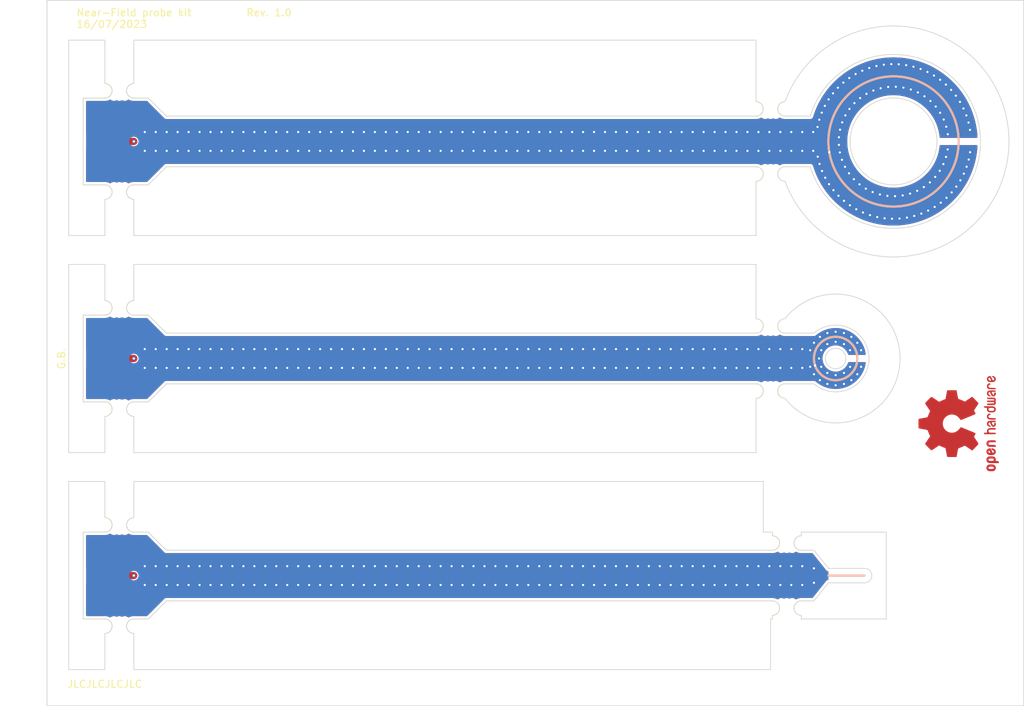
<source format=kicad_pcb>
(kicad_pcb (version 20211014) (generator pcbnew)
  (layers (0 "F.Cu" signal) (1 "In1.Cu" signal) (2 "In2.Cu" signal) (31 "B.Cu" signal) (34 "B.Paste" user) (35 "F.Paste" user) (36 "B.SilkS" user "B.Silkscreen") (37 "F.SilkS" user "F.Silkscreen") (38 "B.Mask" user) (39 "F.Mask" user) (44 "Edge.Cuts" user))
  (net 0 "")
  (net 1 "/signal")
  (net 2 "GND")
  (footprint "Panelization:mouse-bite-2mm-slot" (layer "F.Cu") (at 167.25 125.5)
    (fp_text reference "mouse-bite-2mm-slot" hide)
    (fp_text value "VAL**" hide)
  )
  (footprint "Panelization:mouse-bite-2mm-slot" (layer "F.Cu") (at 75 128)
    (fp_text reference "mouse-bite-2mm-slot" hide)
    (fp_text value "VAL**" hide)
  )
  (footprint "Panelization:mouse-bite-2mm-slot" (layer "F.Cu") (at 167.25 116.5)
    (fp_text reference "mouse-bite-2mm-slot" hide)
    (fp_text value "VAL**" hide)
  )
  (footprint "Panelization:mouse-bite-2mm-slot" (layer "F.Cu") (at 75 114)
    (fp_text reference "mouse-bite-2mm-slot" hide)
    (fp_text value "VAL**" hide)
  )
  (footprint "Connector_Coaxial:SMA_Amphenol_132289_EdgeMount" (layer "F.Cu") (at 73 121 180)
    (fp_text reference "J1" hide)
    (fp_text value "Conn_Coaxial" hide)
  )
  (footprint "Symbol:OSHW-Logo2_14.6x12mm_Copper" (layer "F.Cu") (at 191 100 90)
    (fp_text reference "REF**" hide)
    (fp_text value "OSHW-Logo2_14.6x12mm_Copper" hide)
  )
  (footprint "Panelization:mouse-bite-2mm-slot" (layer "F.Cu") (at 165 95.5)
    (fp_text reference "mouse-bite-2mm-slot" hide)
    (fp_text value "VAL**" hide)
  )
  (footprint "Panelization:mouse-bite-2mm-slot" (layer "F.Cu") (at 165 56.5)
    (fp_text reference "mouse-bite-2mm-slot" hide)
    (fp_text value "VAL**" hide)
  )
  (footprint "Panelization:mouse-bite-2mm-slot" (layer "F.Cu") (at 75 84)
    (fp_text reference "mouse-bite-2mm-slot" hide)
    (fp_text value "VAL**" hide)
  )
  (footprint "Panelization:mouse-bite-2mm-slot" (layer "F.Cu") (at 165 65.5)
    (fp_text reference "mouse-bite-2mm-slot" hide)
    (fp_text value "VAL**" hide)
  )
  (footprint "Panelization:mouse-bite-2mm-slot" (layer "F.Cu") (at 75 68)
    (fp_text reference "mouse-bite-2mm-slot" hide)
    (fp_text value "VAL**" hide)
  )
  (footprint "Panelization:mouse-bite-2mm-slot" (layer "F.Cu") (at 75 54)
    (fp_text reference "mouse-bite-2mm-slot" hide)
    (fp_text value "VAL**" hide)
  )
  (footprint "Connector_Coaxial:SMA_Amphenol_132289_EdgeMount" (layer "F.Cu") (at 73 61 180)
    (fp_text reference "J1" hide)
    (fp_text value "Conn_Coaxial" hide)
  )
  (footprint "Panelization:mouse-bite-2mm-slot" (layer "F.Cu") (at 165 86.5)
    (fp_text reference "mouse-bite-2mm-slot" hide)
    (fp_text value "VAL**" hide)
  )
  (footprint "Panelization:mouse-bite-2mm-slot" (layer "F.Cu") (at 75 98)
    (fp_text reference "mouse-bite-2mm-slot" hide)
    (fp_text value "VAL**" hide)
  )
  (footprint "Symbol:OSHW-Logo2_14.6x12mm_SilkScreen" (layer "F.Cu") (at 191 100 90)
    (fp_text reference "REF**" hide)
    (fp_text value "OSHW-Logo2_14.6x12mm_SilkScreen" hide)
  )
  (footprint "Connector_Coaxial:SMA_Amphenol_132289_EdgeMount" (layer "F.Cu") (at 73 91 180)
    (fp_text reference "J1" hide)
    (fp_text value "Conn_Coaxial" hide)
  )
  (gr_line (start 178 121) (end 173 121) (layer "B.SilkS") (width 0.3))
  (gr_circle (center 174 91) (end 177 91) (layer "B.SilkS") (width 0.3) (fill none))
  (gr_circle (center 182 61) (end 191 61) (layer "B.SilkS") (width 0.3) (fill none))
  (gr_circle (center 182 61) (end 191 61) (layer "F.SilkS") (width 0.3) (fill none))
  (gr_line (start 178 121) (end 173 121) (layer "F.SilkS") (width 0.3))
  (gr_circle (center 174 91) (end 177 91) (layer "F.SilkS") (width 0.3) (fill none))
  (gr_arc (start 171 87.5) (mid 178.609772 91) (end 171 94.5) (layer "Edge.Cuts") (width 0.1))
  (gr_line (start 170 115) (end 181 115) (layer "Edge.Cuts") (width 0.1))
  (gr_line (start 79 97) (end 81.5 94.5) (layer "Edge.Cuts") (width 0.1))
  (gr_line (start 163 78) (end 77 78) (layer "Edge.Cuts") (width 0.1))
  (gr_line (start 171 124.5) (end 173 122) (layer "Edge.Cuts") (width 0.1))
  (gr_line (start 169.25 115) (end 169.25 115.5) (layer "Edge.Cuts") (width 0.1))
  (gr_line (start 165.25 127) (end 165 127) (layer "Edge.Cuts") (width 0.1))
  (gr_line (start 73 115) (end 70 115) (layer "Edge.Cuts") (width 0.1))
  (gr_arc (start 170.5 57.5) (mid 194.020825 61) (end 170.5 64.5) (layer "Edge.Cuts") (width 0.1))
  (gr_line (start 79 127) (end 81.5 124.5) (layer "Edge.Cuts") (width 0.1))
  (gr_line (start 163 47) (end 77 47) (layer "Edge.Cuts") (width 0.1))
  (gr_arc (start 77 129) (mid 76 128) (end 77 127) (layer "Edge.Cuts") (width 0.1))
  (gr_line (start 165.25 124.5) (end 81.5 124.5) (layer "Edge.Cuts") (width 0.1))
  (gr_line (start 171 117.5) (end 173 120) (layer "Edge.Cuts") (width 0.1))
  (gr_line (start 165.25 115) (end 165 115) (layer "Edge.Cuts") (width 0.1))
  (gr_line (start 68 47) (end 73 47) (layer "Edge.Cuts") (width 0.1))
  (gr_line (start 79 67) (end 81.5 64.5) (layer "Edge.Cuts") (width 0.1))
  (gr_arc (start 163 85.5) (mid 164 86.5) (end 163 87.5) (layer "Edge.Cuts") (width 0.1))
  (gr_arc (start 73 127) (mid 74 128) (end 73 129) (layer "Edge.Cuts") (width 0.1))
  (gr_line (start 77 99) (end 77 104) (layer "Edge.Cuts") (width 0.1))
  (gr_line (start 165 134) (end 165 127) (layer "Edge.Cuts") (width 0.1))
  (gr_line (start 163 94.5) (end 81.5 94.5) (layer "Edge.Cuts") (width 0.1))
  (gr_line (start 73 134) (end 68 134) (layer "Edge.Cuts") (width 0.1))
  (gr_arc (start 77 85) (mid 76 84) (end 77 83) (layer "Edge.Cuts") (width 0.1))
  (gr_arc (start 165.25 115.5) (mid 166.25 116.5) (end 165.25 117.5) (layer "Edge.Cuts") (width 0.1))
  (gr_arc (start 167.000001 85.500001) (mid 182.905494 91.000002) (end 167 96.5) (layer "Edge.Cuts") (width 0.1))
  (gr_arc (start 169.25 126.5) (mid 168.25 125.5) (end 169.25 124.5) (layer "Edge.Cuts") (width 0.1))
  (gr_line (start 68 104) (end 73 104) (layer "Edge.Cuts") (width 0.1))
  (gr_line (start 73 53) (end 73 47) (layer "Edge.Cuts") (width 0.1))
  (gr_line (start 79 97) (end 77 97) (layer "Edge.Cuts") (width 0.1))
  (gr_arc (start 169.25 117.5) (mid 168.25 116.5) (end 169.25 115.5) (layer "Edge.Cuts") (width 0.1))
  (gr_arc (start 165.25 124.5) (mid 166.25 125.5) (end 165.25 126.5) (layer "Edge.Cuts") (width 0.1))
  (gr_line (start 181 115) (end 181 127) (layer "Edge.Cuts") (width 0.1))
  (gr_line (start 77 108) (end 77 113) (layer "Edge.Cuts") (width 0.1))
  (gr_line (start 163 104) (end 163 96.5) (layer "Edge.Cuts") (width 0.1))
  (gr_line (start 81.5 117.5) (end 79 115) (layer "Edge.Cuts") (width 0.1))
  (gr_line (start 77 78) (end 77 83) (layer "Edge.Cuts") (width 0.1))
  (gr_line (start 79 67) (end 77 67) (layer "Edge.Cuts") (width 0.1))
  (gr_line (start 181 127) (end 170 127) (layer "Edge.Cuts") (width 0.1))
  (gr_line (start 73 78) (end 68 78) (layer "Edge.Cuts") (width 0.1))
  (gr_line (start 164 108) (end 77 108) (layer "Edge.Cuts") (width 0.1))
  (gr_line (start 167 64.5) (end 170.5 64.5) (layer "Edge.Cuts") (width 0.1))
  (gr_line (start 167 87.5) (end 171 87.5) (layer "Edge.Cuts") (width 0.1))
  (gr_arc (start 73 97) (mid 74 98) (end 73 99) (layer "Edge.Cuts") (width 0.1))
  (gr_line (start 163 55.5) (end 163 47) (layer "Edge.Cuts") (width 0.1))
  (gr_line (start 70 55) (end 70 67) (layer "Edge.Cuts") (width 0.1))
  (gr_line (start 81.5 87.5) (end 79 85) (layer "Edge.Cuts") (width 0.1))
  (gr_arc (start 73 53) (mid 74 54) (end 73 55) (layer "Edge.Cuts") (width 0.1))
  (gr_arc (start 167 87.5) (mid 166 86.5) (end 167 85.5) (layer "Edge.Cuts") (width 0.1))
  (gr_line (start 68 134) (end 68 108) (layer "Edge.Cuts") (width 0.1))
  (gr_line (start 68 74) (end 68 47) (layer "Edge.Cuts") (width 0.1))
  (gr_arc (start 73 83) (mid 74 84) (end 73 85) (layer "Edge.Cuts") (width 0.1))
  (gr_line (start 169.25 127) (end 170 127) (layer "Edge.Cuts") (width 0.1))
  (gr_arc (start 77 55) (mid 76 54) (end 77 53) (layer "Edge.Cuts") (width 0.1))
  (gr_circle (center 174 91) (end 173 92) (layer "Edge.Cuts") (width 0.1) (fill none))
  (gr_line (start 163 64.5) (end 81.5 64.5) (layer "Edge.Cuts") (width 0.1))
  (gr_line (start 79 115) (end 77 115) (layer "Edge.Cuts") (width 0.1))
  (gr_arc (start 167 66.5) (mid 166 65.5) (end 167 64.5) (layer "Edge.Cuts") (width 0.1))
  (gr_line (start 70 85) (end 70 97) (layer "Edge.Cuts") (width 0.1))
  (gr_line (start 70 97) (end 73 97) (layer "Edge.Cuts") (width 0.1))
  (gr_line (start 169.25 126.5) (end 169.25 127) (layer "Edge.Cuts") (width 0.1))
  (gr_line (start 77 74) (end 163 74) (layer "Edge.Cuts") (width 0.1))
  (gr_line (start 165.25 115.5) (end 165.25 115) (layer "Edge.Cuts") (width 0.1))
  (gr_line (start 178 122) (end 173 122) (layer "Edge.Cuts") (width 0.1))
  (gr_arc (start 167 55.5) (mid 197.955049 61) (end 167 66.5) (layer "Edge.Cuts") (width 0.1))
  (gr_line (start 73 108) (end 73 113) (layer "Edge.Cuts") (width 0.1))
  (gr_arc (start 167 57.5) (mid 166 56.5) (end 167 55.5) (layer "Edge.Cuts") (width 0.1))
  (gr_line (start 79 127) (end 77 127) (layer "Edge.Cuts") (width 0.1))
  (gr_line (start 164 115) (end 164 108) (layer "Edge.Cuts") (width 0.1))
  (gr_line (start 70 67) (end 73 67) (layer "Edge.Cuts") (width 0.1))
  (gr_arc (start 163 94.5) (mid 164 95.5) (end 163 96.5) (layer "Edge.Cuts") (width 0.1))
  (gr_line (start 73 69) (end 73 74) (layer "Edge.Cuts") (width 0.1))
  (gr_arc (start 167 96.5) (mid 166 95.5) (end 167 94.5) (layer "Edge.Cuts") (width 0.1))
  (gr_line (start 81.5 57.5) (end 79 55) (layer "Edge.Cuts") (width 0.1))
  (gr_line (start 77 53) (end 77 47) (layer "Edge.Cuts") (width 0.1))
  (gr_line (start 73 129) (end 73 134) (layer "Edge.Cuts") (width 0.1))
  (gr_line (start 73 85) (end 70 85) (layer "Edge.Cuts") (width 0.1))
  (gr_line (start 173 120) (end 178 120) (layer "Edge.Cuts") (width 0.1))
  (gr_line (start 77 69) (end 77 74) (layer "Edge.Cuts") (width 0.1))
  (gr_line (start 163 57.5) (end 81.5 57.5) (layer "Edge.Cuts") (width 0.1))
  (gr_line (start 68 78) (end 68 104) (layer "Edge.Cuts") (width 0.1))
  (gr_line (start 77 129) (end 77 134) (layer "Edge.Cuts") (width 0.1))
  (gr_line (start 70 115) (end 70 127) (layer "Edge.Cuts") (width 0.1))
  (gr_line (start 163 87.5) (end 81.5 87.5) (layer "Edge.Cuts") (width 0.1))
  (gr_line (start 163 85.5) (end 163 78) (layer "Edge.Cuts") (width 0.1))
  (gr_arc (start 77 99) (mid 76 98) (end 77 97) (layer "Edge.Cuts") (width 0.1))
  (gr_arc (start 163 64.5) (mid 164 65.5) (end 163 66.5) (layer "Edge.Cuts") (width 0.1))
  (gr_arc (start 73 67) (mid 74 68) (end 73 69) (layer "Edge.Cuts") (width 0.1))
  (gr_line (start 165 115) (end 164 115) (layer "Edge.Cuts") (width 0.1))
  (gr_line (start 163 74) (end 163 66.5) (layer "Edge.Cuts") (width 0.1))
  (gr_circle (center 182 61) (end 188 61) (layer "Edge.Cuts") (width 0.1) (fill none))
  (gr_line (start 73 104) (end 73 99) (layer "Edge.Cuts") (width 0.1))
  (gr_line (start 70 55) (end 73 55) (layer "Edge.Cuts") (width 0.1))
  (gr_line (start 169.25 117.5) (end 171 117.5) (layer "Edge.Cuts") (width 0.1))
  (gr_line (start 167 94.5) (end 171 94.5) (layer "Edge.Cuts") (width 0.1))
  (gr_arc (start 77 69) (mid 76 68) (end 77 67) (layer "Edge.Cuts") (width 0.1))
  (gr_line (start 170 115) (end 169.25 115) (layer "Edge.Cuts") (width 0.1))
  (gr_line (start 79 55) (end 77 55) (layer "Edge.Cuts") (width 0.1))
  (gr_line (start 73 74) (end 68 74) (layer "Edge.Cuts") (width 0.1))
  (gr_line (start 77 104) (end 163 104) (layer "Edge.Cuts") (width 0.1))
  (gr_line (start 68 108) (end 73 108) (layer "Edge.Cuts") (width 0.1))
  (gr_line (start 79 85) (end 77 85) (layer "Edge.Cuts") (width 0.1))
  (gr_line (start 167 57.5) (end 170.5 57.5) (layer "Edge.Cuts") (width 0.1))
  (gr_line (start 73 83) (end 73 78) (layer "Edge.Cuts") (width 0.1))
  (gr_rect (start 65 41.5) (end 200 139) (layer "Edge.Cuts") (width 0.1) (fill none))
  (gr_line (start 169.25 124.5) (end 171 124.5) (layer "Edge.Cuts") (width 0.1))
  (gr_line (start 165.25 117.5) (end 81.5 117.5) (layer "Edge.Cuts") (width 0.1))
  (gr_line (start 165.25 126.5) (end 165.25 127) (layer "Edge.Cuts") (width 0.1))
  (gr_arc (start 77 115) (mid 76 114) (end 77 113) (layer "Edge.Cuts") (width 0.1))
  (gr_arc (start 73 113) (mid 74 114) (end 73 115) (layer "Edge.Cuts") (width 0.1))
  (gr_arc (start 178 120) (mid 179 121) (end 178 122) (layer "Edge.Cuts") (width 0.1))
  (gr_line (start 70 127) (end 73 127) (layer "Edge.Cuts") (width 0.1))
  (gr_line (start 77 134) (end 165 134) (layer "Edge.Cuts") (width 0.1))
  (gr_arc (start 163 55.5) (mid 164 56.5) (end 163 57.5) (layer "Edge.Cuts") (width 0.1))
  (gr_text "JLCJLCJLCJLC" (at 73 136) (layer "F.SilkS") (effects (font (size 1 1))))
  (gr_text "Near-Field probe kit          Rev. 1.0\n16/07/2023" (at 69 44) (layer "F.SilkS") (effects (font (size 1 1)) (justify left)))
  (gr_text "G.B." (at 67 91 90) (layer "F.SilkS") (effects (font (size 1 1))))
  (segment (start 73 91) (end 77 91) (width 1) (layer "F.Cu") (net 1))
  (segment (start 73 61) (end 77 61) (width 1) (layer "F.Cu") (net 1))
  (segment (start 73 121) (end 77 121) (width 1) (layer "F.Cu") (net 1))
  (via (at 77 61) (size 0.5) (drill 0.3) (layers "F.Cu" "B.Cu") (net 1))
  (via (at 77 91) (size 0.5) (drill 0.3) (layers "F.Cu" "B.Cu") (net 1))
  (via (at 77 121) (size 0.5) (drill 0.3) (layers "F.Cu" "B.Cu") (net 1))
  (via (at 96.688709 89.7) (size 0.5) (drill 0.3) (layers "F.Cu" "B.Cu") (net 2))
  (via (at 90.630645 119.7) (size 0.5) (drill 0.3) (layers "F.Cu" "B.Cu") (net 2))
  (via (at 130.008064 62.3) (size 0.5) (drill 0.3) (layers "F.Cu" "B.Cu") (net 2))
  (via (at 157.269354 122.3) (size 0.5) (drill 0.3) (layers "F.Cu" "B.Cu") (net 2))
  (via (at 191.670249 56.446289) (size 0.5) (drill 0.3) (layers "F.Cu" "B.Cu") (net 2))
  (via (at 137.580645 122.3) (size 0.5) (drill 0.3) (layers "F.Cu" "B.Cu") (net 2))
  (via (at 137.580645 62.3) (size 0.5) (drill 0.3) (layers "F.Cu" "B.Cu") (net 2))
  (via (at 160.298387 119.7) (size 0.5) (drill 0.3) (layers "F.Cu" "B.Cu") (net 2))
  (via (at 122.435483 92.3) (size 0.5) (drill 0.3) (layers "F.Cu" "B.Cu") (net 2))
  (via (at 90.630645 59.7) (size 0.5) (drill 0.3) (layers "F.Cu" "B.Cu") (net 2))
  (via (at 143.638709 119.7) (size 0.5) (drill 0.3) (layers "F.Cu" "B.Cu") (net 2))
  (via (at 139.095161 59.7) (size 0.5) (drill 0.3) (layers "F.Cu" "B.Cu") (net 2))
  (via (at 146.667741 92.3) (size 0.5) (drill 0.3) (layers "F.Cu" "B.Cu") (net 2))
  (via (at 171.006637 88.825195) (size 0.5) (drill 0.3) (layers "F.Cu" "B.Cu") (net 2))
  (via (at 134.551612 89.7) (size 0.5) (drill 0.3) (layers "F.Cu" "B.Cu") (net 2))
  (via (at 176.174805 88.006637) (size 0.5) (drill 0.3) (layers "F.Cu" "B.Cu") (net 2))
  (via (at 130.008064 89.7) (size 0.5) (drill 0.3) (layers "F.Cu" "B.Cu") (net 2))
  (via (at 151.21129 122.3) (size 0.5) (drill 0.3) (layers "F.Cu" "B.Cu") (net 2))
  (via (at 149.696774 89.7) (size 0.5) (drill 0.3) (layers "F.Cu" "B.Cu") (net 2))
  (via (at 128.493548 122.3) (size 0.5) (drill 0.3) (layers "F.Cu" "B.Cu") (net 2))
  (via (at 173.089188 66.903171) (size 0.5) (drill 0.3) (layers "F.Cu" "B.Cu") (net 2))
  (via (at 155.754838 89.7) (size 0.5) (drill 0.3) (layers "F.Cu" "B.Cu") (net 2))
  (via (at 171.773265 64.108681) (size 0.5) (drill 0.3) (layers "F.Cu" "B.Cu") (net 2))
  (via (at 120.920967 119.7) (size 0.5) (drill 0.3) (layers "F.Cu" "B.Cu") (net 2))
  (via (at 191.185608 55.534234) (size 0.5) (drill 0.3) (layers "F.Cu" "B.Cu") (net 2))
  (via (at 83.058064 119.7) (size 0.5) (drill 0.3) (layers "F.Cu" "B.Cu") (net 2))
  (via (at 128.493548 89.7) (size 0.5) (drill 0.3) (layers "F.Cu" "B.Cu") (net 2))
  (via (at 173.632158 54.349495) (size 0.5) (drill 0.3) (layers "F.Cu" "B.Cu") (net 2))
  (via (at 170.9 59.7) (size 0.5) (drill 0.3) (layers "F.Cu" "B.Cu") (net 2))
  (via (at 166.356451 122.3) (size 0.5) (drill 0.3) (layers "F.Cu" "B.Cu") (net 2))
  (via (at 154.240322 92.3) (size 0.5) (drill 0.3) (layers "F.Cu" "B.Cu") (net 2))
  (via (at 92.145161 62.3) (size 0.5) (drill 0.3) (layers "F.Cu" "B.Cu") (net 2))
  (via (at 158.78387 119.7) (size 0.5) (drill 0.3) (layers "F.Cu" "B.Cu") (net 2))
  (via (at 178.263267 54.420728) (size 0.5) (drill 0.3) (layers "F.Cu" "B.Cu") (net 2))
  (via (at 143.638709 59.7) (size 0.5) (drill 0.3) (layers "F.Cu" "B.Cu") (net 2))
  (via (at 161.812903 59.7) (size 0.5) (drill 0.3) (layers "F.Cu" "B.Cu") (net 2))
  (via (at 123.95 122.3) (size 0.5) (drill 0.3) (layers "F.Cu" "B.Cu") (net 2))
  (via (at 108.804838 59.7) (size 0.5) (drill 0.3) (layers "F.Cu" "B.Cu") (net 2))
  (via (at 120.920967 59.7) (size 0.5) (drill 0.3) (layers "F.Cu" "B.Cu") (net 2))
  (via (at 185.364909 54.223025) (size 0.5) (drill 0.3) (layers "F.Cu" "B.Cu") (net 2))
  (via (at 149.696774 92.3) (size 0.5) (drill 0.3) (layers "F.Cu" "B.Cu") (net 2))
  (via (at 176.174805 93.993363) (size 0.5) (drill 0.3) (layers "F.Cu" "B.Cu") (net 2))
  (via (at 151.21129 59.7) (size 0.5) (drill 0.3) (layers "F.Cu" "B.Cu") (net 2))
  (via (at 133.037096 62.3) (size 0.5) (drill 0.3) (layers "F.Cu" "B.Cu") (net 2))
  (via (at 123.95 119.7) (size 0.5) (drill 0.3) (layers "F.Cu" "B.Cu") (net 2))
  (via (at 105.775806 89.7) (size 0.5) (drill 0.3) (layers "F.Cu" "B.Cu") (net 2))
  (via (at 183.366571 53.558059) (size 0.5) (drill 0.3) (layers "F.Cu" "B.Cu") (net 2))
  (via (at 171.520977 63.107147) (size 0.5) (drill 0.3) (layers "F.Cu" "B.Cu") (net 2))
  (via (at 78.514516 92.3) (size 0.5) (drill 0.3) (layers "F.Cu" "B.Cu") (net 2))
  (via (at 98.203225 59.7) (size 0.5) (drill 0.3) (layers "F.Cu" "B.Cu") (net 2))
  (via (at 166.356451 119.7) (size 0.5) (drill 0.3) (layers "F.Cu" "B.Cu") (net 2))
  (via (at 113.348387 119.7) (size 0.5) (drill 0.3) (layers "F.Cu" "B.Cu") (net 2))
  (via (at 98.203225 62.3) (size 0.5) (drill 0.3) (layers "F.Cu" "B.Cu") (net 2))
  (via (at 175.143363 94.518909) (size 0.5) (drill 0.3) (layers "F.Cu" "B.Cu") (net 2))
  (via (at 177.681288 51.22254) (size 0.5) (drill 0.3) (layers "F.Cu" "B.Cu") (net 2))
  (via (at 169.385483 119.7) (size 0.5) (drill 0.3) (layers "F.Cu" "B.Cu") (net 2))
  (via (at 192.100839 64.496148) (size 0.5) (drill 0.3) (layers "F.Cu" "B.Cu") (net 2))
  (via (at 134.551612 122.3) (size 0.5) (drill 0.3) (layers "F.Cu" "B.Cu") (net 2))
  (via (at 184.287169 68.21241) (size 0.5) (drill 0.3) (layers "F.Cu" "B.Cu") (net 2))
  (via (at 152.725806 62.3) (size 0.5) (drill 0.3) (layers "F.Cu" "B.Cu") (net 2))
  (via (at 110.319354 62.3) (size 0.5) (drill 0.3) (layers "F.Cu" "B.Cu") (net 2))
  (via (at 158.78387 59.7) (size 0.5) (drill 0.3) (layers "F.Cu" "B.Cu") (net 2))
  (via (at 146.667741 122.3) (size 0.5) (drill 0.3) (layers "F.Cu" "B.Cu") (net 2))
  (via (at 190.036762 68.047018) (size 0.5) (drill 0.3) (layers "F.Cu" "B.Cu") (net 2))
  (via (at 93.659677 119.7) (size 0.5) (drill 0.3) (layers "F.Cu" "B.Cu") (net 2))
  (via (at 178.64511 50.851369) (size 0.5) (drill 0.3) (layers "F.Cu" "B.Cu") (net 2))
  (via (at 188.388121 65.054863) (size 0.5) (drill 0.3) (layers "F.Cu" "B.Cu") (net 2))
  (via (at 173.029356 55.188155) (size 0.5) (drill 0.3) (layers "F.Cu" "B.Cu") (net 2))
  (via (at 182.719783 50.335483) (size 0.5) (drill 0.3) (layers "F.Cu" "B.Cu") (net 2))
  (via (at 113.348387 59.7) (size 0.5) (drill 0.3) (layers "F.Cu" "B.Cu") (net 2))
  (via (at 188.446365 52.4739) (size 0.5) (drill 0.3) (layers "F.Cu" "B.Cu") (net 2))
  (via (at 114.862903 62.3) (size 0.5) (drill 0.3) (layers "F.Cu" "B.Cu") (net 2))
  (via (at 95.174193 92.3) (size 0.5) (drill 0.3) (layers "F.Cu" "B.Cu") (net 2))
  (via (at 123.95 92.3) (size 0.5) (drill 0.3) (layers "F.Cu" "B.Cu") (net 2))
  (via (at 149.696774 119.7) (size 0.5) (drill 0.3) (layers "F.Cu" "B.Cu") (net 2))
  (via (at 101.232258 89.7) (size 0.5) (drill 0.3) (layers "F.Cu" "B.Cu") (net 2))
  (via (at 155.754838 62.3) (size 0.5) (drill 0.3) (layers "F.Cu" "B.Cu") (net 2))
  (via (at 87.601612 92.3) (size 0.5) (drill 0.3) (layers "F.Cu" "B.Cu") (net 2))
  (via (at 145.153225 92.3) (size 0.5) (drill 0.3) (layers "F.Cu" "B.Cu") (net 2))
  (via (at 185.739201 50.98659) (size 0.5) (drill 0.3) (layers "F.Cu" "B.Cu") (net 2))
  (via (at 142.124193 122.3) (size 0.5) (drill 0.3) (layers "F.Cu" "B.Cu") (net 2))
  (via (at 90.630645 92.3) (size 0.5) (drill 0.3) (layers "F.Cu" "B.Cu") (net 2))
  (via (at 133.037096 122.3) (size 0.5) (drill 0.3) (layers "F.Cu" "B.Cu") (net 2))
  (via (at 89.116129 122.3) (size 0.5) (drill 0.3) (layers "F.Cu" "B.Cu") (net 2))
  (via (at 167.870967 122.3) (size 0.5) (drill 0.3) (layers "F.Cu" "B.Cu") (net 2))
  (via (at 164.841935 122.3) (size 0.5) (drill 0.3) (layers "F.Cu" "B.Cu") (net 2))
  (via (at 89.116129 92.3) (size 0.5) (drill 0.3) (layers "F.Cu" "B.Cu") (net 2))
  (via (at 182.210558 68.563443) (size 0.5) (drill 0.3) (layers "F.Cu" "B.Cu") (net 2))
  (via (at 110.319354 92.3) (size 0.5) (drill 0.3) (layers "F.Cu" "B.Cu") (net 2))
  (via (at 136.066129 62.3) (size 0.5) (drill 0.3) (layers "F.Cu" "B.Cu") (net 2))
  (via (at 169.385483 122.3) (size 0.5) (drill 0.3) (layers "F.Cu" "B.Cu") (net 2))
  (via (at 191.240958 66.371656) (size 0.5) (drill 0.3) (layers "F.Cu" "B.Cu") (net 2))
  (via (at 114.862903 89.7) (size 0.5) (drill 0.3) (layers "F.Cu" "B.Cu") (net 2))
  (via (at 89.116129 119.7) (size 0.5) (drill 0.3) (layers "F.Cu" "B.Cu") (net 2))
  (via (at 142.124193 92.3) (size 0.5) (drill 0.3) (layers "F.Cu" "B.Cu") (net 2))
  (via (at 113.348387 62.3) (size 0.5) (drill 0.3) (layers "F.Cu" "B.Cu") (net 2))
  (via (at 107.290322 92.3) (size 0.5) (drill 0.3) (layers "F.Cu" "B.Cu") (net 2))
  (via (at 87.601612 62.3) (size 0.5) (drill 0.3) (layers "F.Cu" "B.Cu") (net 2))
  (via (at 185.841287 70.974694) (size 0.5) (drill 0.3) (layers "F.Cu" "B.Cu") (net 2))
  (via (at 187.102546 55.413048) (size 0.5) (drill 0.3) (layers "F.Cu" "B.Cu") (net 2))
  (via (at 98.203225 89.7) (size 0.5) (drill 0.3) (layers "F.Cu" "B.Cu") (net 2))
  (via (at 151.21129 92.3) (size 0.5) (drill 0.3) (layers "F.Cu" "B.Cu") (net 2))
  (via (at 119.406451 92.3) (size 0.5) (drill 0.3) (layers "F.Cu" "B.Cu") (net 2))
  (via (at 126.979032 119.7) (size 0.5) (drill 0.3) (layers "F.Cu" "B.Cu") (net 2))
  (via (at 152.725806 122.3) (size 0.5) (drill 0.3) (layers "F.Cu" "B.Cu") (net 2))
  (via (at 119.406451 122.3) (size 0.5) (drill 0.3) (layers "F.Cu" "B.Cu") (net 2))
  (via (at 175.149238 69.204698) (size 0.5) (drill 0.3) (layers "F.Cu" "B.Cu") (net 2))
  (via (at 176.993363 93.174805) (size 0.5) (drill 0.3) (layers "F.Cu" "B.Cu") (net 2))
  (via (at 95.174193 89.7) (size 0.5) (drill 0.3) (layers "F.Cu" "B.Cu") (net 2))
  (via (at 105.775806 92.3) (size 0.5) (drill 0.3) (layers "F.Cu" "B.Cu") (net 2))
  (via (at 187.593384 51.891539) (size 0.5) (drill 0.3) (layers "F.Cu" "B.Cu") (net 2))
  (via (at 167.870967 119.7) (size 0.5) (drill 0.3) (layers "F.Cu" "B.Cu") (net 2))
  (via (at 96.688709 59.7) (size 0.5) (drill 0.3) (layers "F.Cu" "B.Cu") (net 2))
  (via (at 152.725806 59.7) (size 0.5) (drill 0.3) (layers "F.Cu" "B.Cu") (net 2))
  (via (at 131.52258 62.3) (size 0.5) (drill 0.3) (layers "F.Cu" "B.Cu") (net 2))
  (via (at 137.580645 119.7) (size 0.5) (drill 0.3) (layers "F.Cu" "B.Cu") (net 2))
  (via (at 187.022984 66.658589) (size 0.5) (drill 0.3) (layers "F.Cu" "B.Cu") (net 2))
  (via (at 187.686129 70.050853) (size 0.5) (drill 0.3) (layers "F.Cu" "B.Cu") (net 2))
  (via (at 125.464516 89.7) (size 0.5) (drill 0.3) (layers "F.Cu" "B.Cu") (net 2))
  (via (at 99.717741 122.3) (size 0.5) (drill 0.3) (layers "F.Cu" "B.Cu") (net 2))
  (via (at 143.638709 89.7) (size 0.5) (drill 0.3) (layers "F.Cu" "B.Cu") (net 2))
  (via (at 80.029032 59.7) (size 0.5) (drill 0.3) (layers "F.Cu" "B.Cu") (net 2))
  (via (at 172.51031 56.081079) (size 0.5) (drill 0.3) (layers "F.Cu" "B.Cu") (net 2))
  (via (at 139.095161 122.3) (size 0.5) (drill 0.3) (layers "F.Cu" "B.Cu") (net 2))
  (via (at 181.796297 71.686838) (size 0.5) (drill 0.3) (layers "F.Cu" "B.Cu") (net 2))
  (via (at 161.812903 119.7) (size 0.5) (drill 0.3) (layers "F.Cu" "B.Cu") (net 2))
  (via (at 192.064601 57.400861) (size 0.5) (drill 0.3) (layers "F.Cu" "B.Cu") (net 2))
  (via (at 87.601612 122.3) (size 0.5) (drill 0.3) (layers "F.Cu" "B.Cu") (net 2))
  (via (at 107.290322 119.7) (size 0.5) (drill 0.3) (layers "F.Cu" "B.Cu") (net 2))
  (via (at 116.377419 92.3) (size 0.5) (drill 0.3) (layers "F.Cu" "B.Cu") (net 2))
  (via (at 158.78387 122.3) (size 0.5) (drill 0.3) (layers "F.Cu" "B.Cu") (net 2))
  (via (at 174.389352 68.505201) (size 0.5) (drill 0.3) (layers "F.Cu" "B.Cu") (net 2))
  (via (at 78.514516 119.7) (size 0.5) (drill 0.3) (layers "F.Cu" "B.Cu") (net 2))
  (via (at 163.327419 122.3) (size 0.5) (drill 0.3) (layers "F.Cu" "B.Cu") (net 2))
  (via (at 157.269354 119.7) (size 0.5) (drill 0.3) (layers "F.Cu" "B.Cu") (net 2))
  (via (at 167.870967 92.3) (size 0.5) (drill 0.3) (layers "F.Cu" "B.Cu") (net 2))
  (via (at 95.174193 122.3) (size 0.5) (drill 0.3) (layers "F.Cu" "B.Cu") (net 2))
  (via (at 174.313089 53.572928) (size 0.5) (drill 0.3) (layers "F.Cu" "B.Cu") (net 2))
  (via (at 174 94.7) (size 0.5) (drill 0.3) (layers "F.Cu" "B.Cu") (net 2))
  (via (at 190.679379 67.23846) (size 0.5) (drill 0.3) (layers "F.Cu" "B.Cu") (net 2))
  (via (at 126.979032 122.3) (size 0.5) (drill 0.3) (layers "F.Cu" "B.Cu") (net 2))
  (via (at 99.717741 92.3) (size 0.5) (drill 0.3) (layers "F.Cu" "B.Cu") (net 2))
  (via (at 119.406451 59.7) (size 0.5) (drill 0.3) (layers "F.Cu" "B.Cu") (net 2))
  (via (at 104.26129 119.7) (size 0.5) (drill 0.3) (layers "F.Cu" "B.Cu") (net 2))
  (via (at 146.667741 89.7) (size 0.5) (drill 0.3) (layers "F.Cu" "B.Cu") (net 2))
  (via (at 152.725806 119.7) (size 0.5) (drill 0.3) (layers "F.Cu" "B.Cu") (net 2))
  (via (at 108.804838 62.3) (size 0.5) (drill 0.3) (layers "F.Cu" "B.Cu") (net 2))
  (via (at 166.356451 89.7) (size 0.5) (drill 0.3) (layers "F.Cu" "B.Cu") (net 2))
  (via (at 84.57258 122.3) (size 0.5) (drill 0.3) (layers "F.Cu" "B.Cu") (net 2))
  (via (at 102.746774 122.3) (size 0.5) (drill 0.3) (layers "F.Cu" "B.Cu") (net 2))
  (via (at 142.124193 59.7) (size 0.5) (drill 0.3) (layers "F.Cu" "B.Cu") (net 2))
  (via (at 104.26129 59.7) (size 0.5) (drill 0.3) (layers "F.Cu" "B.Cu") (net 2))
  (via (at 192.364983 58.389037) (size 0.5) (drill 0.3) (layers "F.Cu" "B.Cu") (net 2))
  (via (at 189.964362 53.871259) (size 0.5) (drill 0.3) (layers "F.Cu" "B.Cu") (net 2))
  (via (at 125.464516 119.7) (size 0.5) (drill 0.3) (layers "F.Cu" "B.Cu") (net 2))
  (via (at 174.610285 59.374542) (size 0.5) (drill 0.3) (layers "F.Cu" "B.Cu") (net 2))
  (via (at 130.008064 59.7) (size 0.5) (drill 0.3) (layers "F.Cu" "B.Cu") (net 2))
  (via (at 152.725806 92.3) (size 0.5) (drill 0.3) (layers "F.Cu" "B.Cu") (net 2))
  (via (at 173.117446 62.486562) (size 0.5) (drill 0.3) (layers "F.Cu" "B.Cu") (net 2))
  (via (at 90.630645 62.3) (size 0.5) (drill 0.3) (layers "F.Cu" "B.Cu") (net 2))
  (via (at 174.871805 63.537485) (size 0.5) (drill 0.3) (layers "F.Cu" "B.Cu") (net 2))
  (via (at 161.812903 92.3) (size 0.5) (drill 0.3) (layers "F.Cu" "B.Cu") (net 2))
  (via (at 178.748947 71.18237) (size 0.5) (drill 0.3) (layers "F.Cu" "B.Cu") (net 2))
  (via (at 101.232258 62.3) (size 0.5) (drill 0.3) (layers "F.Cu" "B.Cu") (net 2))
  (via (at 140.609677 122.3) (size 0.5) (drill 0.3) (layers "F.Cu" "B.Cu") (net 2))
  (via (at 80.029032 62.3) (size 0.5) (drill 0.3) (layers "F.Cu" "B.Cu") (net 2))
  (via (at 110.319354 89.7) (size 0.5) (drill 0.3) (layers "F.Cu" "B.Cu") (net 2))
  (via (at 157.269354 59.7) (size 0.5) (drill 0.3) (layers "F.Cu" "B.Cu") (net 2))
  (via (at 95.174193 119.7) (size 0.5) (drill 0.3) (layers "F.Cu" "B.Cu") (net 2))
  (via (at 92.145161 119.7) (size 0.5) (drill 0.3) (layers "F.Cu" "B.Cu") (net 2))
  (via (at 78.514516 62.3) (size 0.5) (drill 0.3) (layers "F.Cu" "B.Cu") (net 2))
  (via (at 81.543548 122.3) (size 0.5) (drill 0.3) (layers "F.Cu" "B.Cu") (net 2))
  (via (at 122.435483 119.7) (size 0.5) (drill 0.3) (layers "F.Cu" "B.Cu") (net 2))
  (via (at 105.775806 119.7) (size 0.5) (drill 0.3) (layers "F.Cu" "B.Cu") (net 2))
  (via (at 184.755312 50.672452) (size 0.5) (drill 0.3) (layers "F.Cu" "B.Cu") (net 2))
  (via (at 170.481091 92.143363) (size 0.5) (drill 0.3) (layers "F.Cu" "B.Cu") (net 2))
  (via (at 166.356451 59.7) (size 0.5) (drill 0.3) (layers "F.Cu" "B.Cu") (net 2))
  (via (at 86.087096 92.3) (size 0.5) (drill 0.3) (layers "F.Cu" "B.Cu") (net 2))
  (via (at 186.275335 54.757283) (size 0.5) (drill 0.3) (layers "F.Cu" "B.Cu") (net 2))
  (via (at 80.029032 122.3) (size 0.5) (drill 0.3) (layers "F.Cu" "B.Cu") (net 2))
  (via (at 176.993363 88.825195) (size 0.5) (drill 0.3) (layers "F.Cu" "B.Cu") (net 2))
  (via (at 84.57258 89.7) (size 0.5) (drill 0.3) (layers "F.Cu" "B.Cu") (net 2))
  (via (at 107.290322 89.7) (size 0.5) (drill 0.3) (layers "F.Cu" "B.Cu") (net 2))
  (via (at 95.174193 59.7) (size 0.5) (drill 0.3) (layers "F.Cu" "B.Cu") (net 2))
  (via (at 160.298387 92.3) (size 0.5) (drill 0.3) (layers "F.Cu" "B.Cu") (net 2))
  (via (at 120.920967 122.3) (size 0.5) (drill 0.3) (layers "F.Cu" "B.Cu") (net 2))
  (via (at 92.145161 92.3) (size 0.5) (drill 0.3) (layers "F.Cu" "B.Cu") (net 2))
  (via (at 140.609677 62.3) (size 0.5) (drill 0.3) (layers "F.Cu" "B.Cu") (net 2))
  (via (at 117.891935 89.7) (size 0.5) (drill 0.3) (layers "F.Cu" "B.Cu") (net 2))
  (via (at 167.870967 59.7) (size 0.5) (drill 0.3) (layers "F.Cu" "B.Cu") (net 2))
  (via (at 174.588026 62.520738) (size 0.5) (drill 0.3) (layers "F.Cu" "B.Cu") (net 2))
  (via (at 172.856637 94.518909) (size 0.5) (drill 0.3) (layers "F.Cu" "B.Cu") (net 2))
  (via (at 131.52258 59.7) (size 0.5) (drill 0.3) (layers "F.Cu" "B.Cu") (net 2))
  (via (at 181.687148 50.3158) (size 0.5) (drill 0.3) (layers "F.Cu" "B.Cu") (net 2))
  (via (at 107.290322 122.3) (size 0.5) (drill 0.3) (layers "F.Cu" "B.Cu") (net 2))
  (via (at 188.533118 69.459809) (size 0.5) (drill 0.3) (layers "F.Cu" "B.Cu") (net 2))
  (via (at 192.584365 62.490374) (size 0.5) (drill 0.3) (layers "F.Cu" "B.Cu") (net 2))
  (via (at 154.240322 62.3) (size 0.5) (drill 0.3) (layers "F.Cu" "B.Cu") (net 2))
  (via (at 134.551612 62.3) (size 0.5) (drill 0.3) (layers "F.Cu" "B.Cu") (net 2))
  (via (at 151.21129 119.7) (size 0.5) (drill 0.3) (layers "F.Cu" "B.Cu") (net 2))
  (via (at 111.83387 92.3) (size 0.5) (drill 0.3) (layers "F.Cu" "B.Cu") (net 2))
  (via (at 107.290322 59.7) (size 0.5) (drill 0.3) (layers "F.Cu" "B.Cu") (net 2))
  (via (at 96.688709 119.7) (size 0.5) (drill 0.3) (layers "F.Cu" "B.Cu") (net 2))
  (via (at 114.862903 59.7) (size 0.5) (drill 0.3) (layers "F.Cu" "B.Cu") (net 2))
  (via (at 116.377419 62.3) (size 0.5) (drill 0.3) (layers "F.Cu" "B.Cu") (net 2))
  (via (at 84.57258 59.7) (size 0.5) (drill 0.3) (layers "F.Cu" "B.Cu") (net 2))
  (via (at 154.240322 122.3) (size 0.5) (drill 0.3) (layers "F.Cu" "B.Cu") (net 2))
  (via (at 139.095161 89.7) (size 0.5) (drill 0.3) (layers "F.Cu" "B.Cu") (net 2))
  (via (at 174 87.3) (size 0.5) (drill 0.3) (layers "F.Cu" "B.Cu") (net 2))
  (via (at 175.294325 64.504844) (size 0.5) (drill 0.3) (layers "F.Cu" "B.Cu") (net 2))
  (via (at 181.155882 68.51914) (size 0.5) (drill 0.3) (layers "F.Cu" "B.Cu") (net 2))
  (via (at 81.543548 62.3) (size 0.5) (drill 0.3) (layers "F.Cu" "B.Cu") (net 2))
  (via (at 96.688709 92.3) (size 0.5) (drill 0.3) (layers "F.Cu" "B.Cu") (net 2))
  (via (at 78.514516 59.7) (size 0.5) (drill 0.3) (layers "F.Cu" "B.Cu") (net 2))
  (via (at 101.232258 122.3) (size 0.5) (drill 0.3) (layers "F.Cu" "B.Cu") (net 2))
  (via (at 116.377419 119.7) (size 0.5) (drill 0.3) (layers "F.Cu" "B.Cu") (net 2))
  (via (at 170.9 62.3) (size 0.5) (drill 0.3) (layers "F.Cu" "B.Cu") (net 2))
  (via (at 172.85 92.991858) (size 0.5) (drill 0.3) (layers "F.Cu" "B.Cu") (net 2))
  (via (at 125.464516 59.7) (size 0.5) (drill 0.3) (layers "F.Cu" "B.Cu") (net 2))
  (via (at 83.058064 62.3) (size 0.5) (drill 0.3) (layers "F.Cu" "B.Cu") (net 2))
  (via (at 140.609677 89.7) (size 0.5) (drill 0.3) (layers "F.Cu" "B.Cu") (net 2))
  (via (at 163.327419 62.3) (size 0.5) (drill 0.3) (layers "F.Cu" "B.Cu") (net 2))
  (via (at 170.481091 89.856637) (size 0.5) (drill 0.3) (layers "F.Cu" "B.Cu") (net 2))
  (via (at 171 122) (size 0.5) (drill 0.3) (layers "F.Cu" "B.Cu") (net 2))
  (via (at 180.657435 50.395873) (size 0.5) (drill 0.3) (layers "F.Cu" "B.Cu") (net 2))
  (via (at 169.385483 89.7) (size 0.5) (drill 0.3) (layers "F.Cu" "B.Cu") (net 2))
  (via (at 175.06579 52.865707) (size 0.5) (drill 0.3) (layers "F.Cu" "B.Cu") (net 2))
  (via (at 86.087096 59.7) (size 0.5) (drill 0.3) (layers "F.Cu" "B.Cu") (net 2))
  (via (at 111.83387 89.7) (size 0.5) (drill 0.3) (layers "F.Cu" "B.Cu") (net 2))
  (via (at 113.348387 89.7) (size 0.5) (drill 0.3) (layers "F.Cu" "B.Cu") (net 2))
  (via (at 184.38899 53.820674) (size 0.5) (drill 0.3) (layers "F.Cu" "B.Cu") (net 2))
  (via (at 176.757788 51.685001) (size 0.5) (drill 0.3) (layers "F.Cu" "B.Cu") (net 2))
  (via (at 172.856637 87.481091) (size 0.5) (drill 0.3) (layers "F.Cu" "B.Cu") (net 2))
  (via (at 172.008142 92.15) (size 0.5) (drill 0.3) (layers "F.Cu" "B.Cu") (net 2))
  (via (at 81.543548 89.7) (size 0.5) (drill 0.3) (layers "F.Cu" "B.Cu") (net 2))
  (via (at 134.551612 119.7) (size 0.5) (drill 0.3) (layers "F.Cu" "B.Cu") (net 2))
  (via (at 84.57258 92.3) (size 0.5) (drill 0.3) (layers "F.Cu" "B.Cu") (net 2))
  (via (at 140.609677 92.3) (size 0.5) (drill 0.3) (layers "F.Cu" "B.Cu") (net 2))
  (via (at 126.979032 62.3) (size 0.5) (drill 0.3) (layers "F.Cu" "B.Cu") (net 2))
  (via (at 83.058064 122.3) (size 0.5) (drill 0.3) (layers "F.Cu" "B.Cu") (net 2))
  (via (at 189.4851 62.106018) (size 0.5) (drill 0.3) (layers "F.Cu" "B.Cu") (net 2))
  (via (at 101.232258 59.7) (size 0.5) (drill 0.3) (layers "F.Cu" "B.Cu") (net 2))
  (via (at 105.775806 122.3) (size 0.5) (drill 0.3) (layers "F.Cu" "B.Cu") (net 2))
  (via (at 187.830441 56.177557) (size 0.5) (drill 0.3) (layers "F.Cu" "B.Cu") (net 2))
  (via (at 183.853319 71.52688) (size 0.5) (drill 0.3) (layers "F.Cu" "B.Cu") (net 2))
  (via (at 188.444854 57.03593) (size 0.5) (drill 0.3) (layers "F.Cu" "B.Cu") (net 2))
  (via (at 84.57258 119.7) (size 0.5) (drill 0.3) (layers "F.Cu" "B.Cu") (net 2))
  (via (at 128.493548 62.3) (size 0.5) (drill 0.3) (layers "F.Cu" "B.Cu") (net 2))
  (via (at 81.543548 59.7) (size 0.5) (drill 0.3) (layers "F.Cu" "B.Cu") (net 2))
  (via (at 179.116025 67.995191) (size 0.5) (drill 0.3) (layers "F.Cu" "B.Cu") (net 2))
  (via (at 133.037096 119.7) (size 0.5) (drill 0.3) (layers "F.Cu" "B.Cu") (net 2))
  (via (at 172.85 89.008142) (size 0.5) (drill 0.3) (layers "F.Cu" "B.Cu") (net 2))
  (via (at 86.087096 89.7) (size 0.5) (drill 0.3) (layers "F.Cu" "B.Cu") (net 2))
  (via (at 110.319354 122.3) (size 0.5) (drill 0.3) (layers "F.Cu" "B.Cu") (net 2))
  (via (at 189.319108 68.789779) (size 0.5) (drill 0.3) (layers "F.Cu" "B.Cu") (net 2))
  (via (at 175.143363 87.481091) (size 0.5) (drill 0.3) (layers "F.Cu" "B.Cu") (net 2))
  (via (at 113.348387 122.3) (size 0.5) (drill 0.3) (layers "F.Cu" "B.Cu") (net 2))
  (via (at 116.377419 122.3) (size 0.5) (drill 0.3) (layers "F.Cu" "B.Cu") (net 2))
  (via (at 130.008064 119.7) (size 0.5) (drill 0.3) (layers "F.Cu" "B.Cu") (net 2))
  (via (at 155.754838 59.7) (size 0.5) (drill 0.3) (layers "F.Cu" "B.Cu") (net 2))
  (via (at 158.78387 62.3) (size 0.5) (drill 0.3) (layers "F.Cu" "B.Cu") (net 2))
  (via (at 95.174193 62.3) (size 0.5) (drill 0.3) (layers "F.Cu" "B.Cu") (net 2))
  (via (at 134.551612 92.3) (size 0.5) (drill 0.3) (layers "F.Cu" "B.Cu") (net 2))
  (via (at 98.203225 122.3) (size 0.5) (drill 0.3) (layers "F.Cu" "B.Cu") (net 2))
  (via (at 136.066129 119.7) (size 0.5) (drill 0.3) (layers "F.Cu" "B.Cu") (net 2))
  (via (at 137.580645 89.7) (size 0.5) (drill 0.3) (layers "F.Cu" "B.Cu") (net 2))
  (via (at 111.83387 62.3) (size 0.5) (drill 0.3) (layers "F.Cu" "B.Cu") (net 2))
  (via (at 167.870967 62.3) (size 0.5) (drill 0.3) (layers "F.Cu" "B.Cu") (net 2))
  (via (at 148.182258 62.3) (size 0.5) (drill 0.3) (layers "F.Cu" "B.Cu") (net 2))
  (via (at 86.087096 119.7) (size 0.5) (drill 0.3) (layers "F.Cu" "B.Cu") (net 2))
  (via (at 184.860657 71.298866) (size 0.5) (drill 0.3) (layers "F.Cu" "B.Cu") (net 2))
  (via (at 93.659677 62.3) (size 0.5) (drill 0.3) (layers "F.Cu" "B.Cu") (net 2))
  (via (at 189.239158 53.135867) (size 0.5) (drill 0.3) (layers "F.Cu" "B.Cu") (net 2))
  (via (at 140.609677 119.7) (size 0.5) (drill 0.3) (layers "F.Cu" "B.Cu") (net 2))
  (via (at 154.240322 59.7) (size 0.5) (drill 0.3) (layers "F.Cu" "B.Cu") (net 2))
  (via (at 164.841935 62.3) (size 0.5) (drill 0.3) (layers "F.Cu" "B.Cu") (net 2))
  (via (at 169.385483 92.3) (size 0.5) (drill 0.3) (layers "F.Cu" "B.Cu") (net 2))
  (via (at 164.841935 92.3) (size 0.5) (drill 0.3) (layers "F.Cu" "B.Cu") (net 2))
  (via (at 149.696774 62.3) (size 0.5) (drill 0.3) (layers "F.Cu" "B.Cu") (net 2))
  (via (at 99.717741 89.7) (size 0.5) (drill 0.3) (layers "F.Cu" "B.Cu") (net 2))
  (via (at 158.78387 89.7) (size 0.5) (drill 0.3) (layers "F.Cu" "B.Cu") (net 2))
  (via (at 177.29961 66.929278) (size 0.5) (drill 0.3) (layers "F.Cu" "B.Cu") (net 2))
  (via (at 117.891935 92.3) (size 0.5) (drill 0.3) (layers "F.Cu" "B.Cu") (net 2))
  (via (at 105.775806 59.7) (size 0.5) (drill 0.3) (layers "F.Cu" "B.Cu") (net 2))
  (via (at 130.008064 92.3) (size 0.5) (drill 0.3) (layers "F.Cu" "B.Cu") (net 2))
  (via (at 169.385483 62.3) (size 0.5) (drill 0.3) (layers "F.Cu" "B.Cu") (net 2))
  (via (at 177.518909 92.143363) (size 0.5) (drill 0.3) (layers "F.Cu" "B.Cu") (net 2))
  (via (at 187.761624 65.904456) (size 0.5) (drill 0.3) (layers "F.Cu" "B.Cu") (net 2))
  (via (at 176.853209 70.368059) (size 0.5) (drill 0.3) (layers "F.Cu" "B.Cu") (net 2))
  (via (at 131.52258 119.7) (size 0.5) (drill 0.3) (layers "F.Cu" "B.Cu") (net 2))
  (via (at 86.087096 62.3) (size 0.5) (drill 0.3) (layers "F.Cu" "B.Cu") (net 2))
  (via (at 83.058064 59.7) (size 0.5) (drill 0.3) (layers "F.Cu" "B.Cu") (net 2))
  (via (at 104.26129 92.3) (size 0.5) (drill 0.3) (layers "F.Cu" "B.Cu") (net 2))
  (via (at 111.83387 122.3) (size 0.5) (drill 0.3) (layers "F.Cu" "B.Cu") (net 2))
  (via (at 176.594528 55.705581) (size 0.5) (drill 0.3) (layers "F.Cu" "B.Cu") (net 2))
  (via (at 177.383975 55.004809) (size 0.5) (drill 0.3) (layers "F.Cu" "B.Cu") (net 2))
  (via (at 125.464516 122.3) (size 0.5) (drill 0.3) (layers "F.Cu" "B.Cu") (net 2))
  (via (at 105.775806 62.3) (size 0.5) (drill 0.3) (layers "F.Cu" "B.Cu") (net 2))
  (via (at 171.742046 57.995941) (size 0.5) (drill 0.3) (layers "F.Cu" "B.Cu") (net 2))
  (via (at 175.344587 57.400628) (size 0.5) (drill 0.3) (layers "F.Cu" "B.Cu") (net 2))
  (via (at 176.520158 66.217406) (size 0.5) (drill 0.3) (layers "F.Cu" "B.Cu") (net 2))
  (via (at 114.862903 122.3) (size 0.5) (drill 0.3) (layers "F.Cu" "B.Cu") (net 2))
  (via (at 182.317554 53.440294) (size 0.5) (drill 0.3) (layers "F.Cu" "B.Cu") (net 2))
  (via (at 126.979032 92.3) (size 0.5) (drill 0.3) (layers "F.Cu" "B.Cu") (net 2))
  (via (at 136.066129 122.3) (size 0.5) (drill 0.3) (layers "F.Cu" "B.Cu") (net 2))
  (via (at 87.601612 119.7) (size 0.5) (drill 0.3) (layers "F.Cu" "B.Cu") (net 2))
  (via (at 90.630645 122.3) (size 0.5) (drill 0.3) (layers "F.Cu" "B.Cu") (net 2))
  (via (at 164.841935 59.7) (size 0.5) (drill 0.3) (layers "F.Cu" "B.Cu") (net 2))
  (via (at 101.232258 119.7) (size 0.5) (drill 0.3) (layers "F.Cu" "B.Cu") (net 2))
  (via (at 110.319354 59.7) (size 0.5) (drill 0.3) (layers "F.Cu" "B.Cu") (net 2))
  (via (at 128.493548 92.3) (size 0.5) (drill 0.3) (layers "F.Cu" "B.Cu") (net 2))
  (via (at 128.493548 59.7) (size 0.5) (drill 0.3) (layers "F.Cu" "B.Cu") (net 2))
  (via (at 183.745697 50.454738) (size 0.5) (drill 0.3) (layers "F.Cu" "B.Cu") (net 2))
  (via (at 174 88.7) (size 0.5) (drill 0.3) (layers "F.Cu" "B.Cu") (net 2))
  (via (at 102.746774 59.7) (size 0.5) (drill 0.3) (layers "F.Cu" "B.Cu") (net 2))
  (via (at 149.696774 59.7) (size 0.5) (drill 0.3) (layers "F.Cu" "B.Cu") (net 2))
  (via (at 78.514516 122.3) (size 0.5) (drill 0.3) (layers "F.Cu" "B.Cu") (net 2))
  (via (at 148.182258 92.3) (size 0.5) (drill 0.3) (layers "F.Cu" "B.Cu") (net 2))
  (via (at 151.21129 89.7) (size 0.5) (drill 0.3) (layers "F.Cu" "B.Cu") (net 2))
  (via (at 83.058064 92.3) (size 0.5) (drill 0.3) (layers "F.Cu" "B.Cu") (net 2))
  (via (at 175.991858 92.15) (size 0.5) (drill 0.3) (layers "F.Cu" "B.Cu") (net 2))
  (via (at 169.385483 59.7) (size 0.5) (drill 0.3) (layers "F.Cu" "B.Cu") (net 2))
  (via (at 93.659677 89.7) (size 0.5) (drill 0.3) (layers "F.Cu" "B.Cu") (net 2))
  (via (at 152.725806 89.7) (size 0.5) (drill 0.3) (layers "F.Cu" "B.Cu") (net 2))
  (via (at 157.269354 62.3) (size 0.5) (drill 0.3) (layers "F.Cu" "B.Cu") (net 2))
  (via (at 90.630645 89.7) (size 0.5) (drill 0.3) (layers "F.Cu" "B.Cu") (net 2))
  (via (at 136.066129 89.7) (size 0.5) (drill 0.3) (layers "F.Cu" "B.Cu") (net 2))
  (via (at 140.609677 59.7) (size 0.5) (drill 0.3) (layers "F.Cu" "B.Cu") (net 2))
  (via (at 171.7 91) (size 0.5) (drill 0.3) (layers "F.Cu" "B.Cu") (net 2))
  (via (at 171.825195 88.006637) (size 0.5) (drill 0.3) (layers "F.Cu" "B.Cu") (net 2))
  (via (at 192.56859 59.401591) (size 0.5) (drill 0.3) (layers "F.Cu" "B.Cu") (net 2))
  (via (at 151.21129 62.3) (size 0.5) (drill 0.3) (layers "F.Cu" "B.Cu") (net 2))
  (via (at 161.812903 62.3) (size 0.5) (drill 0.3) (layers "F.Cu" "B.Cu") (net 2))
  (via (at 136.066129 59.7) (size 0.5) (drill 0.3) (layers "F.Cu" "B.Cu") (net 2))
  (via (at 92.145161 89.7) (size 0.5) (drill 0.3) (layers "F.Cu" "B.Cu") (net 2))
  (via (at 93.659677 92.3) (size 0.5) (drill 0.3) (layers "F.Cu" "B.Cu") (net 2))
  (via (at 175.991858 89.85) (size 0.5) (drill 0.3) (layers "F.Cu" "B.Cu") (net 2))
  (via (at 154.240322 89.7) (size 0.5) (drill 0.3) (layers "F.Cu" "B.Cu") (net 2))
  (via (at 104.26129 122.3) (size 0.5) (drill 0.3) (layers "F.Cu" "B.Cu") (net 2))
  (via (at 130.008064 122.3) (size 0.5) (drill 0.3) (layers "F.Cu" "B.Cu") (net 2))
  (via (at 99.717741 59.7) (size 0.5) (drill 0.3) (layers "F.Cu" "B.Cu") (net 2))
  (via (at 126.979032 59.7) (size 0.5) (drill 0.3) (layers "F.Cu" "B.Cu") (net 2))
  (via (at 119.406451 89.7) (size 0.5) (drill 0.3) (layers "F.Cu" "B.Cu") (net 2))
  (via (at 178.17055 67.525742) (size 0.5) (drill 0.3) (layers "F.Cu" "B.Cu") (net 2))
  (via (at 143.638709 122.3) (size 0.5) (drill 0.3) (layers "F.Cu" "B.Cu") (net 2))
  (via (at 188.89028 64.126346) (size 0.5) (drill 0.3) (layers "F.Cu" "B.Cu") (net 2))
  (via (at 116.377419 59.7) (size 0.5) (drill 0.3) (layers "F.Cu" "B.Cu") (net 2))
  (via (at 179.746865 71.448607) (size 0.5) (drill 0.3) (layers "F.Cu" "B.Cu") (net 2))
  (via (at 172.121039 65.081191) (size 0.5) (drill 0.3) (layers "F.Cu" "B.Cu") (net 2))
  (via (at 172.561049 66.015596) (size 0.5) (drill 0.3) (layers "F.Cu" "B.Cu") (net 2))
  (via (at 172.008142 89.85) (size 0.5) (drill 0.3) (layers "F.Cu" "B.Cu") (net 2))
  (via (at 175.910293 56.509402) (size 0.5) (drill 0.3) (layers "F.Cu" "B.Cu") (net 2))
  (via (at 145.153225 59.7) (size 0.5) (drill 0.3) (layers "F.Cu" "B.Cu") (net 2))
  (via (at 87.601612 59.7) (size 0.5) (drill 0.3) (layers "F.Cu" "B.Cu") (net 2))
  (via (at 166.356451 62.3) (size 0.5) (drill 0.3) (layers "F.Cu" "B.Cu") (net 2))
  (via (at 101.232258 92.3) (size 0.5) (drill 0.3) (layers "F.Cu" "B.Cu") (net 2))
  (via (at 161.812903 89.7) (size 0.5) (drill 0.3) (layers "F.Cu" "B.Cu") (net 2))
  (via (at 102.746774 62.3) (size 0.5) (drill 0.3) (layers "F.Cu" "B.Cu") (net 2))
  (via (at 143.638709 92.3) (size 0.5) (drill 0.3) (layers "F.Cu" "B.Cu") (net 2))
  (via (at 107.290322 62.3) (size 0.5) (drill 0.3) (layers "F.Cu" "B.Cu") (net 2))
  (via (at 143.638709 62.3) (size 0.5) (drill 0.3) (layers "F.Cu" "B.Cu") (net 2))
  (via (at 81.543548 119.7) (size 0.5) (drill 0.3) (layers "F.Cu" "B.Cu") (net 2))
  (via (at 148.182258 59.7) (size 0.5) (drill 0.3) (layers "F.Cu" "B.Cu") (net 2))
  (via (at 116.377419 89.7) (size 0.5) (drill 0.3) (layers "F.Cu" "B.Cu") (net 2))
  (via (at 175.973087 69.827589) (size 0.5) (drill 0.3) (layers "F.Cu" "B.Cu") (net 2))
  (via (at 164.841935 119.7) (size 0.5) (drill 0.3) (layers "F.Cu" "B.Cu") (net 2))
  (via (at 145.153225 62.3) (size 0.5) (drill 0.3) (layers "F.Cu" "B.Cu") (net 2))
  (via (at 139.095161 119.7) (size 0.5) (drill 0.3) (layers "F.Cu" "B.Cu") (net 2))
  (via (at 89.116129 59.7) (size 0.5) (drill 0.3) (layers "F.Cu" "B.Cu") (net 2))
  (via (at 120.920967 89.7) (size 0.5) (drill 0.3) (layers "F.Cu" "B.Cu") (net 2))
  (via (at 173.700525 67.735631) (size 0.5) (drill 0.3) (layers "F.Cu" "B.Cu") (net 2))
  (via (at 175.15 92.991858) (size 0.5) (drill 0.3) (layers "F.Cu" "B.Cu") (net 2))
  (via (at 177.781384 70.821063) (size 0.5) (drill 0.3) (layers "F.Cu" "B.Cu") (net 2))
  (via (at 111.83387 59.7) (size 0.5) (drill 0.3) (layers "F.Cu" "B.Cu") (net 2))
  (via (at 186.688179 51.394221) (size 0.5) (drill 0.3) (layers "F.Cu" "B.Cu") (net 2))
  (via (at 160.298387 59.7) (size 0.5) (drill 0.3) (layers "F.Cu" "B.Cu") (net 2))
  (via (at 131.52258 92.3) (size 0.5) (drill 0.3) (layers "F.Cu" "B.Cu") (net 2))
  (via (at 139.095161 62.3) (size 0.5) (drill 0.3) (layers "F.Cu" "B.Cu") (net 2))
  (via (at 134.551612 59.7) (size 0.5) (drill 0.3) (layers "F.Cu" "B.Cu") (net 2))
  (via (at 191.716258 65.454698) (size 0.5) (drill 0.3) (layers "F.Cu" "B.Cu") (net 2))
  (via (at 146.667741 62.3) (size 0.5) (drill 0.3) (layers "F.Cu" "B.Cu") (net 2))
  (via (at 175.883234 52.234433) (size 0.5) (drill 0.3) (layers "F.Cu" "B.Cu") (net 2))
  (via (at 125.464516 92.3) (size 0.5) (drill 0.3) (layers "F.Cu" "B.Cu") (net 2))
  (via (at 117.891935 59.7) (size 0.5) (drill 0.3) (layers "F.Cu" "B.Cu") (net 2))
  (via (at 171.006637 93.174805) (size 0.5) (drill 0.3) (layers "F.Cu" "B.Cu") (net 2))
  (via (at 114.862903 92.3) (size 0.5) (drill 0.3) (layers "F.Cu" "B.Cu") (net 2))
  (via (at 160.298387 62.3) (size 0.5) (drill 0.3) (layers "F.Cu" "B.Cu") (net 2))
  (via (at 123.95 89.7) (size 0.5) (drill 0.3) (layers "F.Cu" "B.Cu") (net 2))
  (via (at 171.5 59) (size 0.5) (drill 0.3) (layers "F.Cu" "B.Cu") (net 2))
  (via (at 146.667741 119.7) (size 0.5) (drill 0.3) (layers "F.Cu" "B.Cu") (net 2))
  (via (at 185.268684 67.823907) (size 0.5) (drill 0.3) (layers "F.Cu" "B.Cu") (net 2))
  (via (at 160.298387 122.3) (size 0.5) (drill 0.3) (layers "F.Cu" "B.Cu") (net 2))
  (via (at 157.269354 92.3) (size 0.5) (drill 0.3) (layers "F.Cu" "B.Cu") (net 2))
  (via (at 163.327419 59.7) (size 0.5) (drill 0.3) (layers "F.Cu" "B.Cu") (net 2))
  (via (at 145.153225 119.7) (size 0.5) (drill 0.3) (layers "F.Cu" "B.Cu") (net 2))
  (via (at 113.348387 92.3) (size 0.5) (drill 0.3) (layers "F.Cu" "B.Cu") (net 2))
  (via (at 163.327419 92.3) (size 0.5) (drill 0.3) (layers "F.Cu" "B.Cu") (net 2))
  (via (at 137.580645 59.7) (size 0.5) (drill 0.3) (layers "F.Cu" "B.Cu") (net 2))
  (via (at 174.908421 58.361911) (size 0.5) (drill 0.3) (layers "F.Cu" "B.Cu") (net 2))
  (via (at 122.435483 122.3) (size 0.5) (drill 0.3) (layers "F.Cu" "B.Cu") (net 2))
  (via (at 133.037096 59.7) (size 0.5) (drill 0.3) (layers "F.Cu" "B.Cu") (net 2))
  (via (at 155.754838 122.3) (size 0.5) (drill 0.3) (layers "F.Cu" "B.Cu") (net 2))
  (via (at 131.52258 122.3) (size 0.5) (drill 0.3) (layers "F.Cu" "B.Cu") (net 2))
  (via (at 179.640256 50.574953) (size 0.5) (drill 0.3) (layers "F.Cu" "B.Cu") (net 2))
  (via (at 186.186578 67.302584) (size 0.5) (drill 0.3) (layers "F.Cu" "B.Cu") (net 2))
  (via (at 131.52258 89.7) (size 0.5) (drill 0.3) (layers "F.Cu" "B.Cu") (net 2))
  (via (at 125.464516 62.3) (size 0.5) (drill 0.3) (layers "F.Cu" "B.Cu") (net 2))
  (via (at 179.21529 53.964704) (size 0.5) (drill 0.3) (layers "F.Cu" "B.Cu") (net 2))
  (via (at 188.933825 57.971458) (size 0.5) (drill 0.3) (layers "F.Cu" "B.Cu") (net 2))
  (via (at 122.435483 59.7) (size 0.5) (drill 0.3) (layers "F.Cu" "B.Cu") (net 2))
  (via (at 117.891935 122.3) (size 0.5) (drill 0.3) (layers "F.Cu" "B.Cu") (net 2))
  (via (at 98.203225 119.7) (size 0.5) (drill 0.3) (layers "F.Cu" "B.Cu") (net 2))
  (via (at 93.659677 59.7) (size 0.5) (drill 0.3) (layers "F.Cu" "B.Cu") (net 2))
  (via (at 174.448513 61.47439) (size 0.5) (drill 0.3) (layers "F.Cu" "B.Cu") (net 2))
  (via (at 126.979032 89.7) (size 0.5) (drill 0.3) (layers "F.Cu" "B.Cu") (net 2))
  (via (at 102.746774 119.7) (size 0.5) (drill 0.3) (layers "F.Cu" "B.Cu") (net 2))
  (via (at 158.78387 92.3) (size 0.5) (drill 0.3) (layers "F.Cu" "B.Cu") (net 2))
  (via (at 119.406451 119.7) (size 0.5) (drill 0.3) (layers "F.Cu" "B.Cu") (net 2))
  (via (at 123.95 59.7) (size 0.5) (drill 0.3) (layers "F.Cu" "B.Cu") (net 2))
  (via (at 81.543548 92.3) (size 0.5) (drill 0.3) (layers "F.Cu" "B.Cu") (net 2))
  (via (at 189.287837 58.965934) (size 0.5) (drill 0.3) (layers "F.Cu" "B.Cu") (net 2))
  (via (at 171.825195 93.993363) (size 0.5) (drill 0.3) (layers "F.Cu" "B.Cu") (net 2))
  (via (at 104.26129 89.7) (size 0.5) (drill 0.3) (layers "F.Cu" "B.Cu") (net 2))
  (via (at 174.455981 60.41881) (size 0.5) (drill 0.3) (layers "F.Cu" "B.Cu") (net 2))
  (via (at 145.153225 89.7) (size 0.5) (drill 0.3) (layers "F.Cu" "B.Cu") (net 2))
  (via (at 80.029032 92.3) (size 0.5) (drill 0.3) (layers "F.Cu" "B.Cu") (net 2))
  (via (at 148.182258 122.3) (size 0.5) (drill 0.3) (layers "F.Cu" "B.Cu") (net 2))
  (via (at 174 93.3) (size 0.5) (drill 0.3) (layers "F.Cu" "B.Cu") (net 2))
  (via (at 111.83387 119.7) (size 0.5) (drill 0.3) (layers "F.Cu" "B.Cu") (net 2))
  (via (at 163.327419 89.7) (size 0.5) (drill 0.3) (layers "F.Cu" "B.Cu") (net 2))
  (via (at 108.804838 119.7) (size 0.5) (drill 0.3) (layers "F.Cu" "B.Cu") (net 2))
  (via (at 182.828676 71.656608) (size 0.5) (drill 0.3) (layers "F.Cu" "B.Cu") (net 2))
  (via (at 80.029032 119.7) (size 0.5) (drill 0.3) (layers "F.Cu" "B.Cu") (net 2))
  (via (at 146.667741 59.7) (size 0.5) (drill 0.3) (layers "F.Cu" "B.Cu") (net 2))
  (via (at 189.258328 63.136979) (size 0.5) (drill 0.3) (layers "F.Cu" "B.Cu") (net 2))
  (via (at 139.095161 92.3) (size 0.5) (drill 0.3) (layers "F.Cu" "B.Cu") (net 2))
  (via (at 128.493548 119.7) (size 0.5) (drill 0.3) (layers "F.Cu" "B.Cu") (net 2))
  (via (at 93.659677 122.3) (size 0.5) (drill 0.3) (layers "F.Cu" "B.Cu") (net 2))
  (via (at 78.514516 89.7) (size 0.5) (drill 0.3) (layers "F.Cu" "B.Cu") (net 2))
  (via (at 102.746774 89.7) (size 0.5) (drill 0.3) (layers "F.Cu" "B.Cu") (net 2))
  (via (at 84.57258 62.3) (size 0.5) (drill 0.3) (layers "F.Cu" "B.Cu") (net 2))
  (via (at 108.804838 92.3) (size 0.5) (drill 0.3) (layers "F.Cu" "B.Cu") (net 2))
  (via (at 117.891935 62.3) (size 0.5) (drill 0.3) (layers "F.Cu" "B.Cu") (net 2))
  (via (at 145.153225 122.3) (size 0.5) (drill 0.3) (layers "F.Cu" "B.Cu") (net 2))
  (via (at 92.145161 59.7) (size 0.5) (drill 0.3) (layers "F.Cu" "B.Cu") (net 2))
  (via (at 96.688709 122.3) (size 0.5) (drill 0.3) (layers "F.Cu" "B.Cu") (net 2))
  (via (at 180.117634 68.328486) (size 0.5) (drill 0.3) (layers "F.Cu" "B.Cu") (net 2))
  (via (at 192.391112 63.504955) (size 0.5) (drill 0.3) (layers "F.Cu" "B.Cu") (net 2))
  (via (at 183.261137 68.460532) (size 0.5) (drill 0.3) (layers "F.Cu" "B.Cu") (net 2))
  (via (at 149.696774 122.3) (size 0.5) (drill 0.3) (layers "F.Cu" "B.Cu") (net 2))
  (via (at 154.240322 119.7) (size 0.5) (drill 0.3) (layers "F.Cu" "B.Cu") (net 2))
  (via (at 99.717741 119.7) (size 0.5) (drill 0.3) (layers "F.Cu" "B.Cu") (net 2))
  (via (at 181.262355 53.469669) (size 0.5) (drill 0.3) (layers "F.Cu" "B.Cu") (net 2))
  (via (at 177.518909 89.856637) (size 0.5) (drill 0.3) (layers "F.Cu" "B.Cu") (net 2))
  (via (at 190.615204 54.673211) (size 0.5) (drill 0.3) (layers "F.Cu" "B.Cu") (net 2))
  (via (at 164.841935 89.7) (size 0.5) (drill 0.3) (layers "F.Cu" "B.Cu") (net 2))
  (via (at 157.269354 89.7) (size 0.5) (drill 0.3) (layers "F.Cu" "B.Cu") (net 2))
  (via (at 163.327419 119.7) (size 0.5) (drill 0.3) (layers "F.Cu" "B.Cu") (net 2))
  (via (at 167.870967 89.7) (size 0.5) (drill 0.3) (layers "F.Cu" "B.Cu") (net 2))
  (via (at 186.786051 70.557391) (size 0.5) (drill 0.3) (layers "F.Cu" "B.Cu") (net 2))
  (via (at 123.95 62.3) (size 0.5) (drill 0.3) (layers "F.Cu" "B.Cu") (net 2))
  (via (at 180.765819 71.617288) (size 0.5) (drill 0.3) (layers "F.Cu" "B.Cu") (net 2))
  (via (at 119.406451 62.3) (size 0.5) (drill 0.3) (layers "F.Cu" "B.Cu") (net 2))
  (via (at 92.145161 122.3) (size 0.5) (drill 0.3) (layers "F.Cu" "B.Cu") (net 2))
  (via (at 98.203225 92.3) (size 0.5) (drill 0.3) (layers "F.Cu" "B.Cu") (net 2))
  (via (at 80.029032 89.7) (size 0.5) (drill 0.3) (layers "F.Cu" "B.Cu") (net 2))
  (via (at 110.319354 119.7) (size 0.5) (drill 0.3) (layers "F.Cu" "B.Cu") (net 2))
  (via (at 171 120) (size 0.5) (drill 0.3) (layers "F.Cu" "B.Cu") (net 2))
  (via (at 161.812903 122.3) (size 0.5) (drill 0.3) (layers "F.Cu" "B.Cu") (net 2))
  (via (at 155.754838 119.7) (size 0.5) (drill 0.3) (layers "F.Cu" "B.Cu") (net 2))
  (via (at 142.124193 119.7) (size 0.5) (drill 0.3) (layers "F.Cu" "B.Cu") (net 2))
  (via (at 102.746774 92.3) (size 0.5) (drill 0.3) (layers "F.Cu" "B.Cu") (net 2))
  (via (at 133.037096 92.3) (size 0.5) (drill 0.3) (layers "F.Cu" "B.Cu") (net 2))
  (via (at 142.124193 62.3) (size 0.5) (drill 0.3) (layers "F.Cu" "B.Cu") (net 2))
  (via (at 89.116129 89.7) (size 0.5) (drill 0.3) (layers "F.Cu" "B.Cu") (net 2))
  (via (at 83.058064 89.7) (size 0.5) (drill 0.3) (layers "F.Cu" "B.Cu") (net 2))
  (via (at 122.435483 62.3) (size 0.5) (drill 0.3) (layers "F.Cu" "B.Cu") (net 2))
  (via (at 108.804838 122.3) (size 0.5) (drill 0.3) (layers "F.Cu" "B.Cu") (net 2))
  (via (at 166.356451 92.3) (size 0.5) (drill 0.3) (layers "F.Cu" "B.Cu") (net 2))
  (via (at 133.037096 89.7) (size 0.5) (drill 0.3) (layers "F.Cu" "B.Cu") (net 2))
  (via (at 114.862903 119.7) (size 0.5) (drill 0.3) (layers "F.Cu" "B.Cu") (net 2))
  (via (at 117.891935 119.7) (size 0.5) (drill 0.3) (layers "F.Cu" "B.Cu") (net 2))
  (via (at 137.580645 92.3) (size 0.5) (drill 0.3) (layers "F.Cu" "B.Cu") (net 2))
  (via (at 120.920967 92.3) (size 0.5) (drill 0.3) (layers "F.Cu" "B.Cu") (net 2))
  (via (at 180.221515 53.645614) (size 0.5) (drill 0.3) (layers "F.Cu" "B.Cu") (net 2))
  (via (at 189.5 60) (size 0.5) (drill 0.3) (layers "F.Cu" "B.Cu") (net 2))
  (via (at 171.156594 91.966443) (size 0.5) (drill 0.3) (layers "F.Cu" "B.Cu") (net 2))
  (via (at 155.754838 92.3) (size 0.5) (drill 0.3) (layers "F.Cu" "B.Cu") (net 2))
  (via (at 172.079867 57.019929) (size 0.5) (drill 0.3) (layers "F.Cu" "B.Cu") (net 2))
  (via (at 87.601612 89.7) (size 0.5) (drill 0.3) (layers "F.Cu" "B.Cu") (net 2))
  (via (at 136.066129 92.3) (size 0.5) (drill 0.3) (layers "F.Cu" "B.Cu") (net 2))
  (via (at 99.717741 62.3) (size 0.5) (drill 0.3) (layers "F.Cu" "B.Cu") (net 2))
  (via (at 104.26129 62.3) (size 0.5) (drill 0.3) (layers "F.Cu" "B.Cu") (net 2))
  (via (at 148.182258 89.7) (size 0.5) (drill 0.3) (layers "F.Cu" "B.Cu") (net 2))
  (via (at 96.688709 62.3) (size 0.5) (drill 0.3) (layers "F.Cu" "B.Cu") (net 2))
  (via (at 142.124193 89.7) (size 0.5) (drill 0.3) (layers "F.Cu" "B.Cu") (net 2))
  (via (at 89.116129 62.3) (size 0.5) (drill 0.3) (layers "F.Cu" "B.Cu") (net 2))
  (via (at 148.182258 119.7) (size 0.5) (drill 0.3) (layers "F.Cu" "B.Cu") (net 2))
  (via (at 86.087096 122.3) (size 0.5) (drill 0.3) (layers "F.Cu" "B.Cu") (net 2))
  (via (at 122.435483 89.7) (size 0.5) (drill 0.3) (layers "F.Cu" "B.Cu") (net 2))
  (via (at 175.15 89.008142) (size 0.5) (drill 0.3) (layers "F.Cu" "B.Cu") (net 2))
  (via (at 175.847365 65.403984) (size 0.5) (drill 0.3) (layers "F.Cu" "B.Cu") (net 2))
  (via (at 120.920967 62.3) (size 0.5) (drill 0.3) (layers "F.Cu" "B.Cu") (net 2))
  (via (at 160.298387 89.7) (size 0.5) (drill 0.3) (layers "F.Cu" "B.Cu") (net 2))
  (via (at 108.804838 89.7) (size 0.5) (drill 0.3) (layers "F.Cu" "B.Cu") (net 2))
  (zone (net 0) (net_name "") (layers "F.Cu" "In1.Cu" "In2.Cu" "B.Cu") (connect_pads (clearance 0)) (min_thickness 0.254)
    (keepout (tracks allowed) (vias not_allowed) (pads not_allowed) (copperpour not_allowed) (footprints allowed))
    (fill (thermal_gap 0.508) (thermal_bridge_width 0.508))
    (polygon (pts (xy 180 123) (xy 173 123) (xy 173 119) (xy 180 119)))
  )
  (zone (net 0) (net_name "") (layers "F.Cu" "In1.Cu" "In2.Cu" "B.Cu") (connect_pads (clearance 0)) (min_thickness 0.254)
    (keepout (tracks allowed) (vias not_allowed) (pads not_allowed) (copperpour not_allowed) (footprints allowed))
    (fill (thermal_gap 0.508) (thermal_bridge_width 0.508))
    (polygon (pts (xy 199 106) (xy 161 106) (xy 161 95) (xy 169 95) (xy 172 97) (xy 177 97) (xy 180 94) (xy 181 89) (xy 178 85) (xy 174 84) (xy 170 85) (xy 169 87) (xy 161 87) (xy 161 65) (xy 169 65) (xy 171 70) (xy 176 74) (xy 186 74) (xy 191 72) (xy 194 68) (xy 196 63) (xy 195 56) (xy 194 53) (xy 188 49) (xy 183 48) (xy 175 48) (xy 172 51) (xy 169 55) (xy 168 57) (xy 161 57) (xy 161 44) (xy 199 44)))
  )
  (zone (net 0) (net_name "") (layers "F.Cu" "In1.Cu" "In2.Cu" "B.Cu") (connect_pads (clearance 0)) (min_thickness 0.254)
    (keepout (tracks allowed) (vias not_allowed) (pads not_allowed) (copperpour not_allowed) (footprints allowed))
    (fill (thermal_gap 0.508) (thermal_bridge_width 0.508))
    (polygon (pts (xy 79 54) (xy 71 54) (xy 71 46) (xy 79 46)))
  )
  (zone (net 0) (net_name "") (layers "F.Cu" "In1.Cu" "In2.Cu" "B.Cu") (connect_pads (clearance 0)) (min_thickness 0.254)
    (keepout (tracks allowed) (vias not_allowed) (pads not_allowed) (copperpour not_allowed) (footprints allowed))
    (fill (thermal_gap 0.508) (thermal_bridge_width 0.508))
    (polygon (pts (xy 79 114) (xy 71 114) (xy 71 98) (xy 79 98)))
  )
  (zone (net 2) (net_name "GND") (layers "F.Cu" "In2.Cu" "B.Cu") (connect_pads yes (clearance 0.4)) (min_thickness 0.254) (fill yes (thermal_gap 0.508) (thermal_bridge_width 0.508) (island_removal_mode 1) (island_area_min 0))
    (polygon (pts (xy 184 104) (xy 69.5 104) (xy 69.5 77.5) (xy 184 77.5)))
  )
  (zone (net 0) (net_name "") (layers "F.Cu" "In1.Cu" "In2.Cu" "B.Cu") (connect_pads (clearance 0)) (min_thickness 0.254)
    (keepout (tracks allowed) (vias not_allowed) (pads not_allowed) (copperpour not_allowed) (footprints allowed))
    (fill (thermal_gap 0.508) (thermal_bridge_width 0.508))
    (polygon (pts (xy 183 136) (xy 161 136) (xy 161 125) (xy 180 125) (xy 180 117) (xy 161 117) (xy 161 107) (xy 183 107)))
  )
  (zone (net 2) (net_name "GND") (layers "F.Cu" "In2.Cu" "B.Cu") (connect_pads yes (clearance 0.4)) (min_thickness 0.254) (fill yes (thermal_gap 0.508) (thermal_bridge_width 0.508) (island_removal_mode 1) (island_area_min 0))
    (polygon (pts (xy 197 74) (xy 69.5 74) (xy 69.5 47.5) (xy 197 47.5)))
  )
  (zone (net 0) (net_name "") (layers "F.Cu" "In1.Cu" "In2.Cu" "B.Cu") (connect_pads (clearance 0)) (min_thickness 0.254)
    (keepout (tracks allowed) (vias allowed) (pads not_allowed) (copperpour not_allowed) (footprints allowed))
    (fill (thermal_gap 0.508) (thermal_bridge_width 0.508))
    (polygon (pts (xy 79 135) (xy 71 135) (xy 71 128) (xy 79 128)))
  )
  (zone (net 0) (net_name "") (layers "F.Cu" "In1.Cu" "In2.Cu" "B.Cu") (connect_pads (clearance 0)) (min_thickness 0.254)
    (keepout (tracks allowed) (vias allowed) (pads allowed) (copperpour not_allowed) (footprints allowed))
    (fill (thermal_gap 0.508) (thermal_bridge_width 0.508))
    (polygon (pts (xy 195 61.5) (xy 187 61.5) (xy 187 60.5) (xy 195 60.5)))
  )
  (zone (net 2) (net_name "GND") (layers "F.Cu" "In2.Cu" "B.Cu") (connect_pads yes (clearance 0.4)) (min_thickness 0.254) (fill yes (thermal_gap 0.508) (thermal_bridge_width 0.508) (island_removal_mode 1) (island_area_min 0))
    (polygon (pts (xy 182 134) (xy 69.5 134) (xy 69.5 107.5) (xy 182 107.5)))
  )
  (zone (net 0) (net_name "") (layers "F.Cu" "In1.Cu" "In2.Cu" "B.Cu") (connect_pads (clearance 0)) (min_thickness 0.254)
    (keepout (tracks allowed) (vias not_allowed) (pads not_allowed) (copperpour not_allowed) (footprints allowed))
    (fill (thermal_gap 0.508) (thermal_bridge_width 0.508))
    (polygon (pts (xy 79 84) (xy 71 84) (xy 71 68) (xy 79 68)))
  )
  (zone (net 0) (net_name "") (layers "F.Cu" "In1.Cu" "In2.Cu" "B.Cu") (connect_pads (clearance 0)) (min_thickness 0.254)
    (keepout (tracks allowed) (vias allowed) (pads allowed) (copperpour not_allowed) (footprints allowed))
    (fill (thermal_gap 0.508) (thermal_bridge_width 0.508))
    (polygon (pts (xy 181.5 91.5) (xy 173.5 91.5) (xy 173.5 90.5) (xy 181.5 90.5)))
  )
)
</source>
